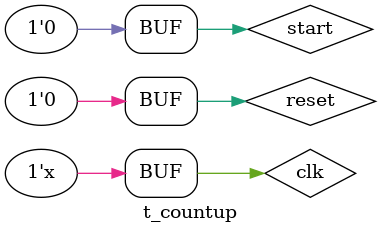
<source format=v>
`timescale 1ns / 1ps


module t_countup;

	// Inputs
	reg clk;
	reg reset;
	reg start;

	// Outputs
	wire [6:0] seg;
	wire [3:0] AN;

	// Instantiate the Unit Under Test (UUT)
	countup uut (
		.seg(seg), 
		.AN(AN), 
		.clk(clk), 
		.reset(reset), 
		.start(start)
	);

	always #5 clk = ~clk;
	
	initial begin
		// Initialize Inputs
		clk = 0;
		reset = 0;
		start = 0;
		#100;
        
	end
      
endmodule


</source>
